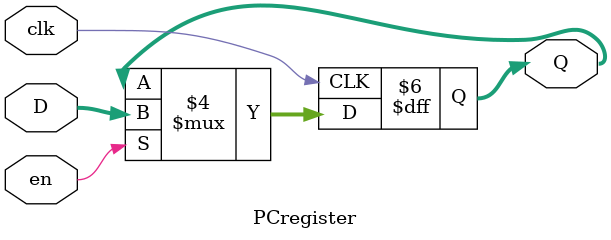
<source format=v>
module PCregister (clk, D, Q, en);
input clk;
input en ;

input [7:0] D;
output[7:0] Q;
reg [7:0]Q;

initial begin
Q = 8'b10000000;
end
always @(posedge clk)

if (en==1'b1)
			Q <= D;
			
endmodule 



</source>
